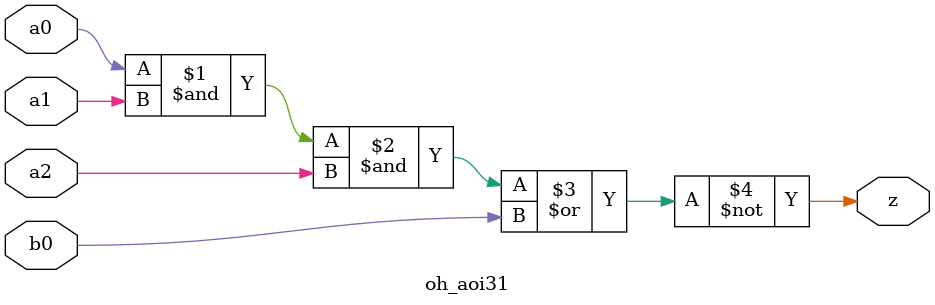
<source format=v>


module oh_aoi31 #(parameter DW = 1 ) // array width
   (
    input [DW-1:0]  a0,
    input [DW-1:0]  a1,
    input [DW-1:0]  a2,
    input [DW-1:0]  b0, 
    output [DW-1:0] z
    );
   
   assign z = ~((a0 & a1 & a2) | b0);
   
endmodule

</source>
